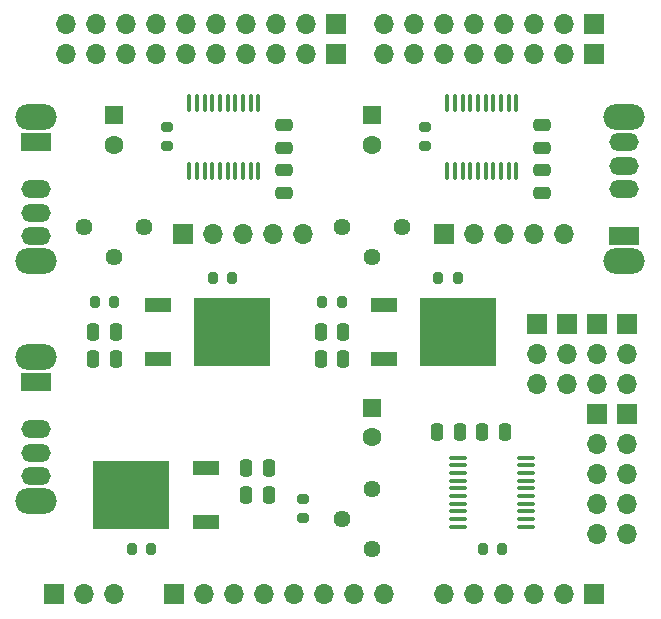
<source format=gbr>
%TF.GenerationSoftware,KiCad,Pcbnew,(6.0.10)*%
%TF.CreationDate,2023-03-19T11:26:14+01:00*%
%TF.ProjectId,arduino-level-shifter-shield,61726475-696e-46f2-9d6c-6576656c2d73,1*%
%TF.SameCoordinates,Original*%
%TF.FileFunction,Soldermask,Top*%
%TF.FilePolarity,Negative*%
%FSLAX46Y46*%
G04 Gerber Fmt 4.6, Leading zero omitted, Abs format (unit mm)*
G04 Created by KiCad (PCBNEW (6.0.10)) date 2023-03-19 11:26:14*
%MOMM*%
%LPD*%
G01*
G04 APERTURE LIST*
G04 Aperture macros list*
%AMRoundRect*
0 Rectangle with rounded corners*
0 $1 Rounding radius*
0 $2 $3 $4 $5 $6 $7 $8 $9 X,Y pos of 4 corners*
0 Add a 4 corners polygon primitive as box body*
4,1,4,$2,$3,$4,$5,$6,$7,$8,$9,$2,$3,0*
0 Add four circle primitives for the rounded corners*
1,1,$1+$1,$2,$3*
1,1,$1+$1,$4,$5*
1,1,$1+$1,$6,$7*
1,1,$1+$1,$8,$9*
0 Add four rect primitives between the rounded corners*
20,1,$1+$1,$2,$3,$4,$5,0*
20,1,$1+$1,$4,$5,$6,$7,0*
20,1,$1+$1,$6,$7,$8,$9,0*
20,1,$1+$1,$8,$9,$2,$3,0*%
G04 Aperture macros list end*
%ADD10R,1.700000X1.700000*%
%ADD11O,1.700000X1.700000*%
%ADD12O,3.500000X2.200000*%
%ADD13R,2.500000X1.500000*%
%ADD14O,2.500000X1.500000*%
%ADD15RoundRect,0.250000X-0.250000X-0.475000X0.250000X-0.475000X0.250000X0.475000X-0.250000X0.475000X0*%
%ADD16RoundRect,0.250000X0.250000X0.475000X-0.250000X0.475000X-0.250000X-0.475000X0.250000X-0.475000X0*%
%ADD17R,1.600000X1.600000*%
%ADD18C,1.600000*%
%ADD19R,2.200000X1.200000*%
%ADD20R,6.400000X5.800000*%
%ADD21RoundRect,0.100000X-0.637500X-0.100000X0.637500X-0.100000X0.637500X0.100000X-0.637500X0.100000X0*%
%ADD22C,1.440000*%
%ADD23RoundRect,0.200000X-0.275000X0.200000X-0.275000X-0.200000X0.275000X-0.200000X0.275000X0.200000X0*%
%ADD24RoundRect,0.250000X-0.475000X0.250000X-0.475000X-0.250000X0.475000X-0.250000X0.475000X0.250000X0*%
%ADD25RoundRect,0.200000X0.200000X0.275000X-0.200000X0.275000X-0.200000X-0.275000X0.200000X-0.275000X0*%
%ADD26RoundRect,0.200000X0.275000X-0.200000X0.275000X0.200000X-0.275000X0.200000X-0.275000X-0.200000X0*%
%ADD27RoundRect,0.200000X-0.200000X-0.275000X0.200000X-0.275000X0.200000X0.275000X-0.200000X0.275000X0*%
%ADD28RoundRect,0.250000X0.475000X-0.250000X0.475000X0.250000X-0.475000X0.250000X-0.475000X-0.250000X0*%
%ADD29RoundRect,0.100000X-0.100000X0.637500X-0.100000X-0.637500X0.100000X-0.637500X0.100000X0.637500X0*%
G04 APERTURE END LIST*
D10*
%TO.C,J53*%
X28960000Y48260000D03*
D11*
X26420000Y48260000D03*
X23880000Y48260000D03*
X21340000Y48260000D03*
X18800000Y48260000D03*
X16260000Y48260000D03*
X13720000Y48260000D03*
X11180000Y48260000D03*
X8640000Y48260000D03*
X6100000Y48260000D03*
%TD*%
D12*
%TO.C,SW2*%
X3556000Y42943200D03*
X3556000Y30743200D03*
D13*
X3556000Y40843200D03*
D14*
X3556000Y36843200D03*
X3556000Y34843200D03*
X3556000Y32843200D03*
%TD*%
D15*
%TO.C,C34*%
X37479000Y16256000D03*
X39379000Y16256000D03*
%TD*%
D16*
%TO.C,C35*%
X43189000Y16256000D03*
X41289000Y16256000D03*
%TD*%
D10*
%TO.C,J46*%
X50800000Y50800000D03*
D11*
X48260000Y50800000D03*
X45720000Y50800000D03*
X43180000Y50800000D03*
X40640000Y50800000D03*
X38100000Y50800000D03*
X35560000Y50800000D03*
X33020000Y50800000D03*
%TD*%
D17*
%TO.C,C13*%
X32004000Y43092379D03*
D18*
X32004000Y40592379D03*
%TD*%
D10*
%TO.C,J41*%
X15240000Y2540000D03*
D11*
X17780000Y2540000D03*
X20320000Y2540000D03*
X22860000Y2540000D03*
X25400000Y2540000D03*
X27940000Y2540000D03*
X30480000Y2540000D03*
X33020000Y2540000D03*
%TD*%
D10*
%TO.C,J56*%
X50800000Y48260000D03*
D11*
X48260000Y48260000D03*
X45720000Y48260000D03*
X43180000Y48260000D03*
X40640000Y48260000D03*
X38100000Y48260000D03*
X35560000Y48260000D03*
X33020000Y48260000D03*
%TD*%
D10*
%TO.C,J55*%
X48460000Y25400000D03*
D11*
X48460000Y22860000D03*
X48460000Y20320000D03*
%TD*%
D19*
%TO.C,U11*%
X32943000Y27045000D03*
D20*
X39243000Y24765000D03*
D19*
X32943000Y22485000D03*
%TD*%
D21*
%TO.C,U32*%
X39254500Y14101000D03*
X39254500Y13451000D03*
X39254500Y12801000D03*
X39254500Y12151000D03*
X39254500Y11501000D03*
X39254500Y10851000D03*
X39254500Y10201000D03*
X39254500Y9551000D03*
X39254500Y8901000D03*
X39254500Y8251000D03*
X44979500Y8251000D03*
X44979500Y8901000D03*
X44979500Y9551000D03*
X44979500Y10201000D03*
X44979500Y10851000D03*
X44979500Y11501000D03*
X44979500Y12151000D03*
X44979500Y12801000D03*
X44979500Y13451000D03*
X44979500Y14101000D03*
%TD*%
D22*
%TO.C,R32*%
X32004000Y6350000D03*
X29464000Y8890000D03*
X32004000Y11430000D03*
%TD*%
D10*
%TO.C,J51*%
X51000000Y17780000D03*
D11*
X51000000Y15240000D03*
X51000000Y12700000D03*
X51000000Y10160000D03*
X51000000Y7620000D03*
%TD*%
D23*
%TO.C,R24*%
X14605000Y42100000D03*
X14605000Y40450000D03*
%TD*%
D16*
%TO.C,C21*%
X10285000Y22479000D03*
X8385000Y22479000D03*
%TD*%
D24*
%TO.C,C14*%
X46355000Y42225000D03*
X46355000Y40325000D03*
%TD*%
D25*
%TO.C,R13*%
X29400000Y27305000D03*
X27750000Y27305000D03*
%TD*%
%TO.C,R11*%
X39245000Y29305000D03*
X37595000Y29305000D03*
%TD*%
D15*
%TO.C,C32*%
X21341000Y10921000D03*
X23241000Y10921000D03*
%TD*%
D12*
%TO.C,SW3*%
X3556000Y22623200D03*
X3556000Y10423200D03*
D13*
X3556000Y20523200D03*
D14*
X3556000Y16523200D03*
X3556000Y14523200D03*
X3556000Y12523200D03*
%TD*%
D17*
%TO.C,C23*%
X10160000Y43092379D03*
D18*
X10160000Y40592379D03*
%TD*%
D16*
%TO.C,C11*%
X29525000Y22479000D03*
X27625000Y22479000D03*
%TD*%
D10*
%TO.C,J43*%
X50800000Y2540000D03*
D11*
X48260000Y2540000D03*
X45720000Y2540000D03*
X43180000Y2540000D03*
X40640000Y2540000D03*
X38100000Y2540000D03*
%TD*%
D10*
%TO.C,J52*%
X53540000Y17780000D03*
D11*
X53540000Y15240000D03*
X53540000Y12700000D03*
X53540000Y10160000D03*
X53540000Y7620000D03*
%TD*%
D10*
%TO.C,J54*%
X45920000Y25400000D03*
D11*
X45920000Y22860000D03*
X45920000Y20320000D03*
%TD*%
D22*
%TO.C,R22*%
X12700000Y33655000D03*
X10160000Y31115000D03*
X7620000Y33655000D03*
%TD*%
%TO.C,R12*%
X34544000Y33655000D03*
X32004000Y31115000D03*
X29464000Y33655000D03*
%TD*%
D10*
%TO.C,J1*%
X38100000Y33020000D03*
D11*
X40640000Y33020000D03*
X43180000Y33020000D03*
X45720000Y33020000D03*
X48260000Y33020000D03*
%TD*%
D15*
%TO.C,C31*%
X21341000Y13207000D03*
X23241000Y13207000D03*
%TD*%
D10*
%TO.C,J3*%
X5080000Y2540000D03*
D11*
X7620000Y2540000D03*
X10160000Y2540000D03*
%TD*%
D10*
%TO.C,J42*%
X28960000Y50800000D03*
D11*
X26420000Y50800000D03*
X23880000Y50800000D03*
X21340000Y50800000D03*
X18800000Y50800000D03*
X16260000Y50800000D03*
X13720000Y50800000D03*
X11180000Y50800000D03*
X8640000Y50800000D03*
X6100000Y50800000D03*
%TD*%
D16*
%TO.C,C12*%
X29525000Y24765000D03*
X27625000Y24765000D03*
%TD*%
D19*
%TO.C,U31*%
X17899000Y8642000D03*
D20*
X11599000Y10922000D03*
D19*
X17899000Y13202000D03*
%TD*%
D26*
%TO.C,R33*%
X26162000Y8954000D03*
X26162000Y10604000D03*
%TD*%
D10*
%TO.C,J2*%
X16002000Y33020000D03*
D11*
X18542000Y33020000D03*
X21082000Y33020000D03*
X23622000Y33020000D03*
X26162000Y33020000D03*
%TD*%
D17*
%TO.C,C33*%
X32004000Y18327379D03*
D18*
X32004000Y15827379D03*
%TD*%
D19*
%TO.C,U21*%
X13834000Y27045000D03*
D20*
X20134000Y24765000D03*
D19*
X13834000Y22485000D03*
%TD*%
D23*
%TO.C,R14*%
X36449000Y42100000D03*
X36449000Y40450000D03*
%TD*%
D12*
%TO.C,SW1*%
X53340000Y30730000D03*
X53340000Y42930000D03*
D13*
X53340000Y32830000D03*
D14*
X53340000Y36830000D03*
X53340000Y38830000D03*
X53340000Y40830000D03*
%TD*%
D27*
%TO.C,R34*%
X41339000Y6350000D03*
X42989000Y6350000D03*
%TD*%
D25*
%TO.C,R21*%
X20130000Y29305000D03*
X18480000Y29305000D03*
%TD*%
D27*
%TO.C,R31*%
X11621000Y6350000D03*
X13271000Y6350000D03*
%TD*%
D25*
%TO.C,R23*%
X10160000Y27305000D03*
X8510000Y27305000D03*
%TD*%
D28*
%TO.C,C25*%
X24511000Y36515000D03*
X24511000Y38415000D03*
%TD*%
D29*
%TO.C,U22*%
X22356000Y44137500D03*
X21706000Y44137500D03*
X21056000Y44137500D03*
X20406000Y44137500D03*
X19756000Y44137500D03*
X19106000Y44137500D03*
X18456000Y44137500D03*
X17806000Y44137500D03*
X17156000Y44137500D03*
X16506000Y44137500D03*
X16506000Y38412500D03*
X17156000Y38412500D03*
X17806000Y38412500D03*
X18456000Y38412500D03*
X19106000Y38412500D03*
X19756000Y38412500D03*
X20406000Y38412500D03*
X21056000Y38412500D03*
X21706000Y38412500D03*
X22356000Y38412500D03*
%TD*%
D28*
%TO.C,C15*%
X46345000Y36515000D03*
X46345000Y38415000D03*
%TD*%
D16*
%TO.C,C22*%
X10285000Y24765000D03*
X8385000Y24765000D03*
%TD*%
D29*
%TO.C,U12*%
X44200000Y44137500D03*
X43550000Y44137500D03*
X42900000Y44137500D03*
X42250000Y44137500D03*
X41600000Y44137500D03*
X40950000Y44137500D03*
X40300000Y44137500D03*
X39650000Y44137500D03*
X39000000Y44137500D03*
X38350000Y44137500D03*
X38350000Y38412500D03*
X39000000Y38412500D03*
X39650000Y38412500D03*
X40300000Y38412500D03*
X40950000Y38412500D03*
X41600000Y38412500D03*
X42250000Y38412500D03*
X42900000Y38412500D03*
X43550000Y38412500D03*
X44200000Y38412500D03*
%TD*%
D24*
%TO.C,C24*%
X24511000Y42225000D03*
X24511000Y40325000D03*
%TD*%
D10*
%TO.C,J45*%
X53540000Y25400000D03*
D11*
X53540000Y22860000D03*
X53540000Y20320000D03*
%TD*%
D10*
%TO.C,J44*%
X51000000Y25400000D03*
D11*
X51000000Y22860000D03*
X51000000Y20320000D03*
%TD*%
M02*

</source>
